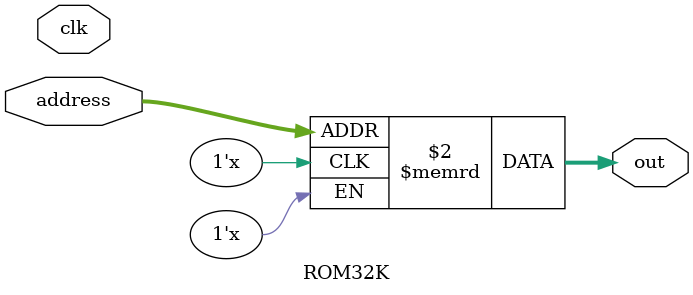
<source format=v>
`timescale 1ns / 1ps

module ROM32K (
    input clk,
    input [14:0] address,
    output [15:0] out
);
    // Internal memory array
    reg [15:0] memory [0:32767];  // 32K locations of 16-bit words

    // Asynchronous read operation
    always @(*) begin
        out = memory[address];
    end
endmodule

// NOTE: For the purposes of this project, the ROM32K implementation
//       is treated as a primivite or 'black box' abstraction. The 
//       actual preloading of the program is assumed to happen outside 
//       of this module, as per the chip description.
</source>
